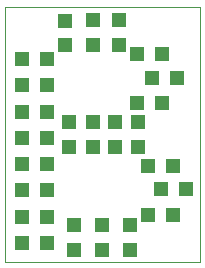
<source format=gtp>
G75*
%MOIN*%
%OFA0B0*%
%FSLAX24Y24*%
%IPPOS*%
%LPD*%
%AMOC8*
5,1,8,0,0,1.08239X$1,22.5*
%
%ADD10C,0.0000*%
%ADD11R,0.0472X0.0472*%
D10*
X002392Y002517D02*
X002392Y011017D01*
X008892Y011017D01*
X008892Y002517D01*
X002392Y002517D01*
D11*
X002978Y003142D03*
X003805Y003142D03*
X003805Y004017D03*
X002978Y004017D03*
X002978Y004892D03*
X003805Y004892D03*
X003805Y005767D03*
X002978Y005767D03*
X002978Y006642D03*
X003805Y006642D03*
X004517Y006353D03*
X005329Y006353D03*
X006079Y006353D03*
X006829Y006353D03*
X007166Y005704D03*
X007993Y005704D03*
X007603Y004954D03*
X007993Y004079D03*
X007166Y004079D03*
X006579Y003743D03*
X006579Y002916D03*
X005642Y002916D03*
X005642Y003743D03*
X004704Y003743D03*
X004704Y002916D03*
X008430Y004954D03*
X006829Y007180D03*
X006806Y007793D03*
X006079Y007180D03*
X005329Y007180D03*
X004517Y007180D03*
X003805Y007517D03*
X002978Y007517D03*
X002978Y008392D03*
X003805Y008392D03*
X003805Y009267D03*
X004410Y009721D03*
X004410Y010547D03*
X005329Y010555D03*
X005329Y009728D03*
X006204Y009728D03*
X006791Y009454D03*
X007291Y008642D03*
X008118Y008642D03*
X007618Y009454D03*
X006204Y010555D03*
X007633Y007793D03*
X002978Y009267D03*
M02*

</source>
